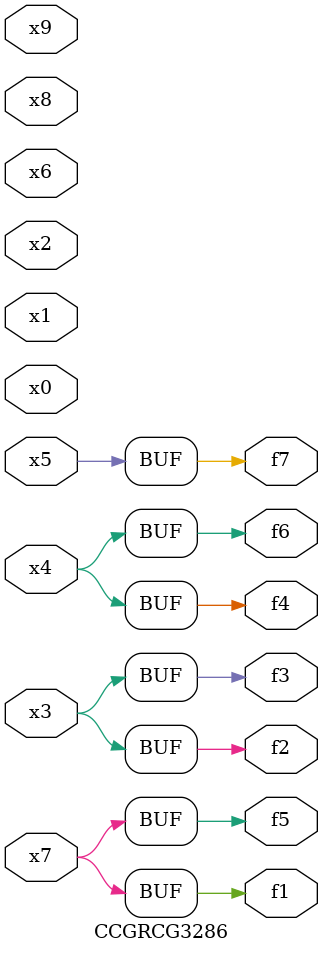
<source format=v>
module CCGRCG3286(
	input x0, x1, x2, x3, x4, x5, x6, x7, x8, x9,
	output f1, f2, f3, f4, f5, f6, f7
);
	assign f1 = x7;
	assign f2 = x3;
	assign f3 = x3;
	assign f4 = x4;
	assign f5 = x7;
	assign f6 = x4;
	assign f7 = x5;
endmodule

</source>
